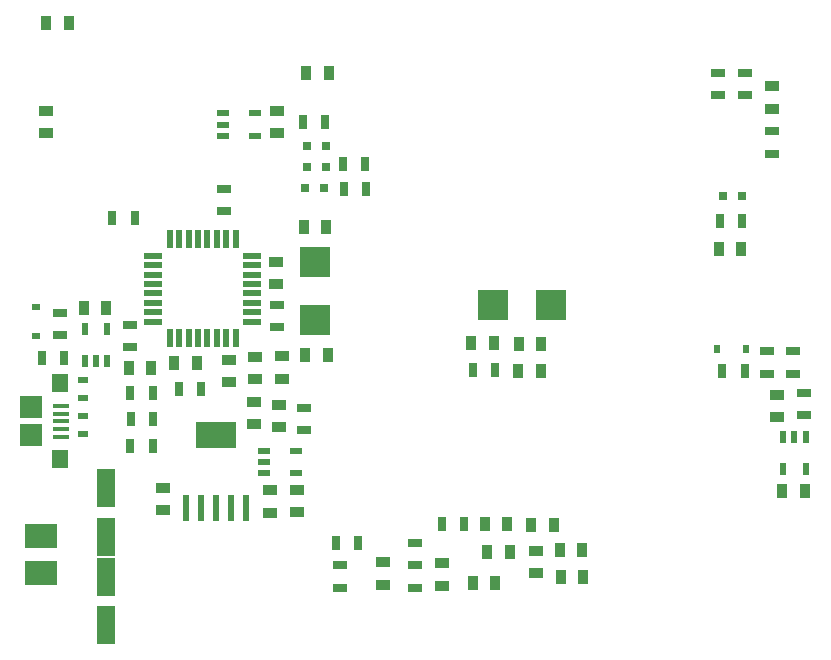
<source format=gtp>
G04*
G04 #@! TF.GenerationSoftware,Altium Limited,Altium Designer,22.1.2 (22)*
G04*
G04 Layer_Color=8421504*
%FSLAX44Y44*%
%MOMM*%
G71*
G04*
G04 #@! TF.SameCoordinates,1F279A6F-825B-41A2-8EC7-F4161A23EE25*
G04*
G04*
G04 #@! TF.FilePolarity,Positive*
G04*
G01*
G75*
%ADD13R,1.6000X3.2000*%
%ADD14R,0.5588X0.6858*%
%ADD15R,1.3000X0.7000*%
%ADD16R,0.7000X1.3000*%
%ADD17R,0.6858X0.5588*%
%ADD18R,1.3500X0.4000*%
%ADD19R,1.9000X1.9000*%
%ADD20R,1.4000X1.6000*%
%ADD21R,1.3000X0.9000*%
%ADD22R,0.5500X1.0000*%
%ADD23R,1.0000X0.5500*%
%ADD24R,2.5000X2.6000*%
%ADD25R,2.6000X2.5000*%
%ADD26R,0.9000X0.6000*%
%ADD27R,1.5000X0.5500*%
%ADD28R,0.5500X1.5000*%
%ADD29R,0.6000X2.2000*%
%ADD30R,3.5000X2.2000*%
%ADD31R,0.8000X0.8000*%
%ADD32R,0.9000X1.3000*%
%ADD33R,2.7000X2.0000*%
D13*
X71750Y15000D02*
D03*
Y56000D02*
D03*
X72000Y131000D02*
D03*
Y90000D02*
D03*
D14*
X614000Y249000D02*
D03*
X589616D02*
D03*
D15*
X172000Y365500D02*
D03*
Y384500D02*
D03*
X92000Y250500D02*
D03*
Y269500D02*
D03*
X217000Y267500D02*
D03*
Y286500D02*
D03*
X613000Y483000D02*
D03*
Y464000D02*
D03*
X590000D02*
D03*
Y483000D02*
D03*
X636000Y433500D02*
D03*
Y414500D02*
D03*
X663000Y212000D02*
D03*
Y193000D02*
D03*
X33000Y279500D02*
D03*
Y260500D02*
D03*
X654000Y247000D02*
D03*
Y228000D02*
D03*
X270000Y47000D02*
D03*
Y66000D02*
D03*
X239500Y199000D02*
D03*
Y180000D02*
D03*
X334000Y66000D02*
D03*
Y85000D02*
D03*
Y66000D02*
D03*
Y47000D02*
D03*
X632000Y228000D02*
D03*
Y247000D02*
D03*
D16*
X291750Y406000D02*
D03*
X272750D02*
D03*
X273500Y384250D02*
D03*
X292500D02*
D03*
X96500Y360000D02*
D03*
X77500D02*
D03*
X111500Y211500D02*
D03*
X92500D02*
D03*
X93000Y189750D02*
D03*
X112000D02*
D03*
X111500Y166500D02*
D03*
X92500D02*
D03*
X375500Y101000D02*
D03*
X356500D02*
D03*
X594000Y230000D02*
D03*
X613000D02*
D03*
X257500Y441250D02*
D03*
X238500D02*
D03*
X382500Y231000D02*
D03*
X401500D02*
D03*
X610870Y357124D02*
D03*
X591870D02*
D03*
X17500Y241000D02*
D03*
X36500D02*
D03*
X266500Y85000D02*
D03*
X285500D02*
D03*
X133500Y215000D02*
D03*
X152500D02*
D03*
D17*
X13000Y259808D02*
D03*
Y284192D02*
D03*
D18*
X34370Y188000D02*
D03*
X34370Y174750D02*
D03*
X34370Y181250D02*
D03*
Y194250D02*
D03*
Y200750D02*
D03*
D19*
X8620Y176000D02*
D03*
Y200000D02*
D03*
D20*
X33120Y156000D02*
D03*
Y220000D02*
D03*
D21*
X21000Y431500D02*
D03*
Y450500D02*
D03*
X197000Y204500D02*
D03*
Y185500D02*
D03*
X436000Y59000D02*
D03*
Y78000D02*
D03*
X198500Y223500D02*
D03*
Y242500D02*
D03*
X216000Y304000D02*
D03*
Y323000D02*
D03*
X176250Y240000D02*
D03*
Y221000D02*
D03*
X636000Y471500D02*
D03*
Y452500D02*
D03*
X120000Y131500D02*
D03*
Y112500D02*
D03*
X211000Y129500D02*
D03*
Y110500D02*
D03*
X307000Y68500D02*
D03*
Y49500D02*
D03*
X357000Y67500D02*
D03*
Y48500D02*
D03*
X217000Y450750D02*
D03*
Y431750D02*
D03*
X218750Y202000D02*
D03*
Y183000D02*
D03*
X640000Y191000D02*
D03*
Y210000D02*
D03*
X234000Y111000D02*
D03*
Y130000D02*
D03*
X220750Y224000D02*
D03*
Y243000D02*
D03*
D22*
X664500Y174500D02*
D03*
X655000D02*
D03*
X645500D02*
D03*
X664500Y147500D02*
D03*
X645500D02*
D03*
X54000Y239000D02*
D03*
X63500D02*
D03*
X73000D02*
D03*
X54000Y266000D02*
D03*
X73000D02*
D03*
D23*
X206000Y163000D02*
D03*
Y153500D02*
D03*
Y144000D02*
D03*
X233000Y163000D02*
D03*
Y144000D02*
D03*
X171500Y448500D02*
D03*
Y439000D02*
D03*
Y429500D02*
D03*
X198500Y448500D02*
D03*
Y429500D02*
D03*
D24*
X448500Y286000D02*
D03*
X399500D02*
D03*
D25*
X249000Y273500D02*
D03*
Y322500D02*
D03*
D26*
X53000Y207500D02*
D03*
Y222500D02*
D03*
Y192000D02*
D03*
Y177000D02*
D03*
D27*
X196000Y272000D02*
D03*
Y280000D02*
D03*
Y288000D02*
D03*
Y296000D02*
D03*
Y304000D02*
D03*
Y312000D02*
D03*
Y320000D02*
D03*
Y328000D02*
D03*
X112000D02*
D03*
Y320000D02*
D03*
Y312000D02*
D03*
Y304000D02*
D03*
Y296000D02*
D03*
Y288000D02*
D03*
Y280000D02*
D03*
Y272000D02*
D03*
D28*
X182000Y342000D02*
D03*
X174000D02*
D03*
X166000D02*
D03*
X158000D02*
D03*
X150000D02*
D03*
X142000D02*
D03*
X134000D02*
D03*
X126000D02*
D03*
Y258000D02*
D03*
X134000D02*
D03*
X142000D02*
D03*
X150000D02*
D03*
X158000D02*
D03*
X166000D02*
D03*
X174000D02*
D03*
X182000D02*
D03*
D29*
X139600Y114000D02*
D03*
X152300D02*
D03*
X165000D02*
D03*
X177700D02*
D03*
X190400D02*
D03*
D30*
X165000Y176000D02*
D03*
D31*
X242000Y403000D02*
D03*
X258000D02*
D03*
X241000Y385000D02*
D03*
X257000D02*
D03*
X610616Y378206D02*
D03*
X594616D02*
D03*
X242000Y421000D02*
D03*
X258000D02*
D03*
D32*
X457000Y56000D02*
D03*
X476000D02*
D03*
X149000Y237250D02*
D03*
X130000D02*
D03*
X258500Y352000D02*
D03*
X239500D02*
D03*
X260000Y244000D02*
D03*
X241000D02*
D03*
X401500Y51000D02*
D03*
X382500D02*
D03*
X21500Y525000D02*
D03*
X40500D02*
D03*
X456500Y79000D02*
D03*
X475500D02*
D03*
X421000Y230000D02*
D03*
X440000D02*
D03*
X241500Y483000D02*
D03*
X260500D02*
D03*
X395000Y77000D02*
D03*
X414000D02*
D03*
X412000Y101000D02*
D03*
X393000D02*
D03*
X451000Y100000D02*
D03*
X432000D02*
D03*
X381250Y253750D02*
D03*
X400250D02*
D03*
X440500Y253000D02*
D03*
X421500D02*
D03*
X663500Y129000D02*
D03*
X644500D02*
D03*
X72500Y284000D02*
D03*
X53500D02*
D03*
X110500Y233000D02*
D03*
X91500D02*
D03*
X609956Y334010D02*
D03*
X590956D02*
D03*
D33*
X17000Y59000D02*
D03*
Y91000D02*
D03*
M02*

</source>
